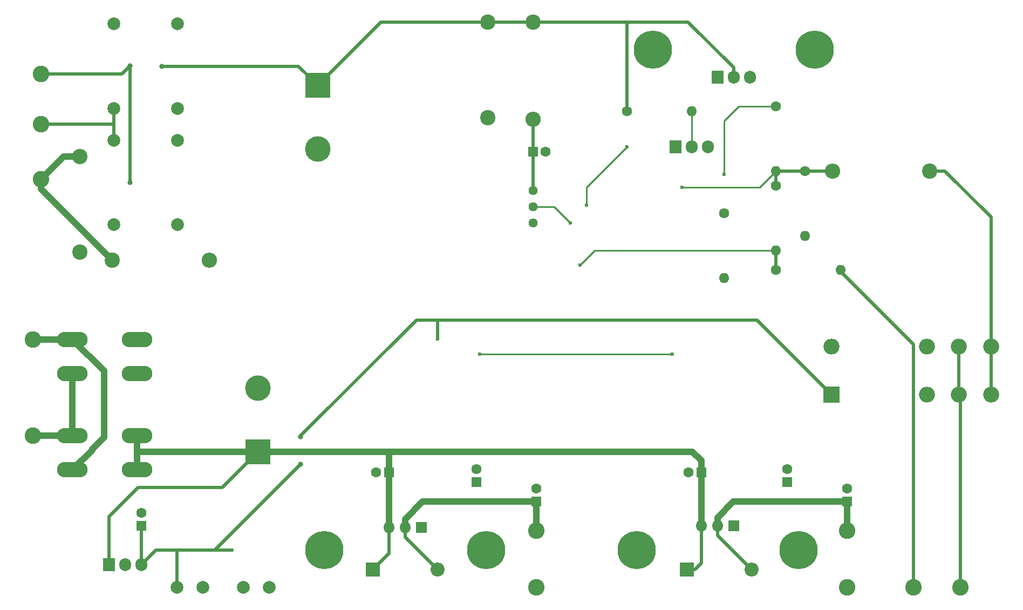
<source format=gbr>
G04 #@! TF.GenerationSoftware,KiCad,Pcbnew,(5.1.9-0-10_14)*
G04 #@! TF.CreationDate,2021-02-20T18:33:09+01:00*
G04 #@! TF.ProjectId,hv-power-supply-v1,68762d70-6f77-4657-922d-737570706c79,rev?*
G04 #@! TF.SameCoordinates,Original*
G04 #@! TF.FileFunction,Copper,L2,Bot*
G04 #@! TF.FilePolarity,Positive*
%FSLAX46Y46*%
G04 Gerber Fmt 4.6, Leading zero omitted, Abs format (unit mm)*
G04 Created by KiCad (PCBNEW (5.1.9-0-10_14)) date 2021-02-20 18:33:09*
%MOMM*%
%LPD*%
G01*
G04 APERTURE LIST*
G04 #@! TA.AperFunction,ComponentPad*
%ADD10O,2.400000X2.400000*%
G04 #@! TD*
G04 #@! TA.AperFunction,ComponentPad*
%ADD11C,2.400000*%
G04 #@! TD*
G04 #@! TA.AperFunction,ComponentPad*
%ADD12O,4.800600X2.400300*%
G04 #@! TD*
G04 #@! TA.AperFunction,ComponentPad*
%ADD13C,1.600000*%
G04 #@! TD*
G04 #@! TA.AperFunction,ComponentPad*
%ADD14R,1.600000X1.600000*%
G04 #@! TD*
G04 #@! TA.AperFunction,ComponentPad*
%ADD15C,2.000000*%
G04 #@! TD*
G04 #@! TA.AperFunction,ComponentPad*
%ADD16O,1.600000X1.600000*%
G04 #@! TD*
G04 #@! TA.AperFunction,ComponentPad*
%ADD17O,1.905000X2.000000*%
G04 #@! TD*
G04 #@! TA.AperFunction,ComponentPad*
%ADD18R,1.905000X2.000000*%
G04 #@! TD*
G04 #@! TA.AperFunction,ComponentPad*
%ADD19C,2.600000*%
G04 #@! TD*
G04 #@! TA.AperFunction,ComponentPad*
%ADD20C,1.440000*%
G04 #@! TD*
G04 #@! TA.AperFunction,ComponentPad*
%ADD21O,2.500000X2.500000*%
G04 #@! TD*
G04 #@! TA.AperFunction,ComponentPad*
%ADD22R,2.500000X2.500000*%
G04 #@! TD*
G04 #@! TA.AperFunction,ComponentPad*
%ADD23O,2.200000X2.200000*%
G04 #@! TD*
G04 #@! TA.AperFunction,ComponentPad*
%ADD24R,2.200000X2.200000*%
G04 #@! TD*
G04 #@! TA.AperFunction,ComponentPad*
%ADD25C,4.000000*%
G04 #@! TD*
G04 #@! TA.AperFunction,ComponentPad*
%ADD26R,4.000000X4.000000*%
G04 #@! TD*
G04 #@! TA.AperFunction,ComponentPad*
%ADD27C,5.999480*%
G04 #@! TD*
G04 #@! TA.AperFunction,ComponentPad*
%ADD28R,1.800000X1.800000*%
G04 #@! TD*
G04 #@! TA.AperFunction,ComponentPad*
%ADD29O,1.800000X1.800000*%
G04 #@! TD*
G04 #@! TA.AperFunction,ViaPad*
%ADD30C,0.600000*%
G04 #@! TD*
G04 #@! TA.AperFunction,ViaPad*
%ADD31C,0.800000*%
G04 #@! TD*
G04 #@! TA.AperFunction,Conductor*
%ADD32C,1.000000*%
G04 #@! TD*
G04 #@! TA.AperFunction,Conductor*
%ADD33C,0.500000*%
G04 #@! TD*
G04 #@! TA.AperFunction,Conductor*
%ADD34C,0.250000*%
G04 #@! TD*
G04 APERTURE END LIST*
D10*
X183604000Y-74064000D03*
D11*
X198844000Y-74064000D03*
D12*
X64351000Y-100480000D03*
X74511000Y-100480000D03*
X74511000Y-120927000D03*
X64351000Y-120927000D03*
X74511000Y-115593000D03*
X64351000Y-115593000D03*
X64351000Y-105814000D03*
X74511000Y-105814000D03*
D13*
X127724000Y-120832000D03*
D14*
X127724000Y-122832000D03*
D13*
X176492000Y-120832000D03*
D14*
X176492000Y-122832000D03*
D13*
X161030000Y-121308000D03*
D14*
X163030000Y-121308000D03*
D10*
X85814000Y-88034000D03*
D11*
X70574000Y-88034000D03*
D15*
X70828000Y-69238000D03*
X80828000Y-69238000D03*
X70828000Y-82446000D03*
X80828000Y-82446000D03*
X70828000Y-64285000D03*
X80828000Y-64285000D03*
X70828000Y-50950000D03*
X80828000Y-50950000D03*
D16*
X166586000Y-90828000D03*
D13*
X166586000Y-80668000D03*
D16*
X161506000Y-64666000D03*
D13*
X151346000Y-64666000D03*
D16*
X174714000Y-74064000D03*
D13*
X174714000Y-63904000D03*
D17*
X170650000Y-59332000D03*
X168110000Y-59332000D03*
D18*
X165570000Y-59332000D03*
D17*
X164046000Y-70254000D03*
X161506000Y-70254000D03*
D18*
X158966000Y-70254000D03*
D17*
X75146000Y-135786000D03*
X72606000Y-135786000D03*
D18*
X70066000Y-135786000D03*
D19*
X137122000Y-139342000D03*
X137122000Y-130452000D03*
X185890000Y-139342000D03*
X185890000Y-130452000D03*
X58128000Y-100480000D03*
X58128000Y-115593000D03*
X59398000Y-75334000D03*
X59398000Y-66698000D03*
X59398000Y-58824000D03*
D13*
X137122000Y-123880000D03*
D14*
X137122000Y-125880000D03*
D13*
X185890000Y-123880000D03*
D14*
X185890000Y-125880000D03*
D13*
X112008000Y-121308000D03*
D14*
X114008000Y-121308000D03*
D13*
X75146000Y-127690000D03*
D14*
X75146000Y-129690000D03*
D20*
X136614000Y-82192000D03*
X136614000Y-79652000D03*
X136614000Y-77112000D03*
D21*
X183496000Y-101616000D03*
X198496000Y-101616000D03*
X203496000Y-101616000D03*
X208496000Y-101616000D03*
X208496000Y-109116000D03*
X203496000Y-109116000D03*
X198496000Y-109116000D03*
D22*
X183496000Y-109116000D03*
D16*
X179286000Y-84224000D03*
D13*
X179286000Y-74064000D03*
D10*
X136614000Y-65936000D03*
D11*
X136614000Y-50696000D03*
D16*
X184874000Y-89558000D03*
D13*
X174714000Y-89558000D03*
D16*
X174714000Y-86510000D03*
D13*
X174714000Y-76350000D03*
D15*
X84798000Y-139342000D03*
X80734000Y-139342000D03*
X95212000Y-139342000D03*
X91148000Y-139342000D03*
D19*
X196304000Y-139342000D03*
X203670000Y-139342000D03*
D23*
X121628000Y-136548000D03*
D24*
X111468000Y-136548000D03*
D23*
X170904000Y-136548000D03*
D24*
X160744000Y-136548000D03*
D25*
X93434000Y-108133000D03*
D26*
X93434000Y-118133000D03*
D13*
X138614000Y-71016000D03*
D14*
X136614000Y-71016000D03*
D11*
X129502000Y-50696000D03*
X129502000Y-65696000D03*
D25*
X102832000Y-70602000D03*
D26*
X102832000Y-60602000D03*
D11*
X65494000Y-86778000D03*
X65494000Y-71778000D03*
D27*
X180810000Y-55014000D03*
X155410000Y-55014000D03*
D28*
X168110000Y-129690000D03*
D29*
X165570000Y-129690000D03*
X163030000Y-129690000D03*
D27*
X178270000Y-133500000D03*
X152870000Y-133500000D03*
X103848000Y-133500000D03*
X129248000Y-133500000D03*
D28*
X119088000Y-129944000D03*
D29*
X116548000Y-129944000D03*
X114008000Y-129944000D03*
D30*
X89370000Y-133500000D03*
X121671000Y-100437000D03*
D31*
X100165000Y-115720000D03*
X100165000Y-120038000D03*
D30*
X142456000Y-82192000D03*
X166586000Y-74572000D03*
D31*
X73368000Y-57554000D03*
X73368000Y-75842000D03*
X78368000Y-57634000D03*
D30*
X159982000Y-76604000D03*
X144996000Y-79398000D03*
X151346000Y-70254000D03*
X128232000Y-102766000D03*
X158458000Y-102766000D03*
X143980000Y-88796000D03*
D32*
X59398000Y-76858000D02*
X59398000Y-75334000D01*
X70574000Y-88034000D02*
X59398000Y-76858000D01*
X62954000Y-71778000D02*
X59398000Y-75334000D01*
X65494000Y-71778000D02*
X62954000Y-71778000D01*
D33*
X59398000Y-66698000D02*
X70828000Y-66698000D01*
X70828000Y-66698000D02*
X70828000Y-64285000D01*
X70828000Y-69238000D02*
X70828000Y-66698000D01*
X160744000Y-136548000D02*
X162014000Y-136548000D01*
X163030000Y-135532000D02*
X163030000Y-129690000D01*
X162014000Y-136548000D02*
X163030000Y-135532000D01*
X114008000Y-134008000D02*
X111468000Y-136548000D01*
X114008000Y-129944000D02*
X114008000Y-134008000D01*
D32*
X74638000Y-118133000D02*
X74511000Y-118006000D01*
X93434000Y-118133000D02*
X74638000Y-118133000D01*
X74511000Y-118006000D02*
X74511000Y-115593000D01*
X74511000Y-120927000D02*
X74511000Y-118006000D01*
D33*
X93434000Y-118133000D02*
X82852998Y-118133000D01*
X70066000Y-135786000D02*
X70066000Y-128293000D01*
X70066000Y-128293000D02*
X74638000Y-123721000D01*
X87846000Y-123721000D02*
X93434000Y-118133000D01*
X74638000Y-123721000D02*
X87846000Y-123721000D01*
D32*
X163030000Y-119508000D02*
X163030000Y-121308000D01*
X161655000Y-118133000D02*
X163030000Y-119508000D01*
X163030000Y-121308000D02*
X163030000Y-129690000D01*
X114008000Y-118260000D02*
X114135000Y-118133000D01*
X114008000Y-121308000D02*
X114008000Y-118260000D01*
X114135000Y-118133000D02*
X161655000Y-118133000D01*
X93434000Y-118133000D02*
X114135000Y-118133000D01*
X114008000Y-121308000D02*
X114008000Y-129944000D01*
D33*
X75146000Y-135786000D02*
X75146000Y-129690000D01*
X77432000Y-133500000D02*
X75146000Y-135786000D01*
X80734000Y-133500000D02*
X77432000Y-133500000D01*
X80734000Y-139342000D02*
X80734000Y-133500000D01*
X89370000Y-133500000D02*
X80734000Y-133500000D01*
X171812000Y-97432000D02*
X183496000Y-109116000D01*
X121671000Y-97475000D02*
X121628000Y-97432000D01*
X121671000Y-100437000D02*
X121671000Y-97475000D01*
X121628000Y-97432000D02*
X171812000Y-97432000D01*
X121628000Y-97432000D02*
X118326000Y-97432000D01*
X100165000Y-115593000D02*
X100165000Y-115720000D01*
X118326000Y-97432000D02*
X100165000Y-115593000D01*
X86703000Y-133500000D02*
X100165000Y-120038000D01*
X77432000Y-133500000D02*
X80861000Y-133500000D01*
X80861000Y-133500000D02*
X86703000Y-133500000D01*
X80861000Y-133500000D02*
X82004000Y-133500000D01*
X184874000Y-89861998D02*
X184874000Y-89558000D01*
X196304000Y-101291998D02*
X184874000Y-89861998D01*
X196304000Y-139342000D02*
X196304000Y-101291998D01*
X208496000Y-101616000D02*
X208496000Y-109116000D01*
X198844000Y-74064000D02*
X201257000Y-74064000D01*
X201257000Y-74064000D02*
X208496000Y-81303000D01*
X208496000Y-81303000D02*
X208496000Y-88542000D01*
X208496000Y-88542000D02*
X208496000Y-101616000D01*
X208496000Y-88034000D02*
X208496000Y-88542000D01*
D34*
X139916000Y-79652000D02*
X142456000Y-82192000D01*
X136614000Y-79652000D02*
X139916000Y-79652000D01*
X174714000Y-63904000D02*
X168872000Y-63904000D01*
X166586000Y-66190000D02*
X166586000Y-74572000D01*
X168872000Y-63904000D02*
X166586000Y-66190000D01*
D32*
X64351000Y-105814000D02*
X64351000Y-115593000D01*
X58128000Y-115593000D02*
X64351000Y-115593000D01*
X67451310Y-117826690D02*
X67451310Y-117699690D01*
X64351000Y-120927000D02*
X67451310Y-117826690D01*
X67451310Y-117699690D02*
X69304000Y-115847000D01*
X69304000Y-105433000D02*
X64351000Y-100480000D01*
X69304000Y-115847000D02*
X69304000Y-105433000D01*
X58128000Y-100480000D02*
X64351000Y-100480000D01*
D33*
X73368000Y-57554000D02*
X73368000Y-75842000D01*
X72098000Y-58824000D02*
X73368000Y-57554000D01*
X59398000Y-58824000D02*
X72098000Y-58824000D01*
X99864000Y-57634000D02*
X102832000Y-60602000D01*
X78368000Y-57634000D02*
X99864000Y-57634000D01*
X168110000Y-57832000D02*
X168110000Y-59332000D01*
X160974000Y-50696000D02*
X168110000Y-57832000D01*
X136614000Y-50696000D02*
X129502000Y-50696000D01*
X112738000Y-50696000D02*
X102832000Y-60602000D01*
X129502000Y-50696000D02*
X112738000Y-50696000D01*
X151346000Y-50950000D02*
X151600000Y-50696000D01*
X151346000Y-64666000D02*
X151346000Y-50950000D01*
X151600000Y-50696000D02*
X136614000Y-50696000D01*
X160974000Y-50696000D02*
X151600000Y-50696000D01*
X136614000Y-77112000D02*
X136614000Y-71016000D01*
X136614000Y-71016000D02*
X136614000Y-65936000D01*
D32*
X185890000Y-125880000D02*
X185890000Y-130452000D01*
D33*
X165570000Y-131214000D02*
X165570000Y-129690000D01*
X170904000Y-136548000D02*
X165570000Y-131214000D01*
D32*
X168107208Y-125880000D02*
X185890000Y-125880000D01*
X165570000Y-128417208D02*
X168107208Y-125880000D01*
X165570000Y-129690000D02*
X165570000Y-128417208D01*
X137122000Y-125880000D02*
X137122000Y-130452000D01*
D33*
X116548000Y-131468000D02*
X121628000Y-136548000D01*
X116548000Y-129944000D02*
X116548000Y-131468000D01*
D32*
X116548000Y-128671208D02*
X119339208Y-125880000D01*
X119339208Y-125880000D02*
X137122000Y-125880000D01*
X116548000Y-129944000D02*
X116548000Y-128671208D01*
D34*
X174714000Y-74064000D02*
X172174000Y-76604000D01*
X172174000Y-76604000D02*
X159982000Y-76604000D01*
D33*
X174714000Y-74064000D02*
X174714000Y-76350000D01*
X174714000Y-74064000D02*
X179286000Y-74064000D01*
X179286000Y-74064000D02*
X183604000Y-74064000D01*
X203496000Y-101616000D02*
X203496000Y-109116000D01*
X203670000Y-109290000D02*
X203496000Y-109116000D01*
X203670000Y-139342000D02*
X203670000Y-109290000D01*
D34*
X144996000Y-76604000D02*
X151346000Y-70254000D01*
X144996000Y-79398000D02*
X144996000Y-76604000D01*
X128232000Y-102766000D02*
X158458000Y-102766000D01*
X161506000Y-64666000D02*
X161506000Y-70254000D01*
D33*
X174714000Y-86510000D02*
X174714000Y-89558000D01*
D34*
X146266000Y-86510000D02*
X143980000Y-88796000D01*
X174714000Y-86510000D02*
X146266000Y-86510000D01*
M02*

</source>
